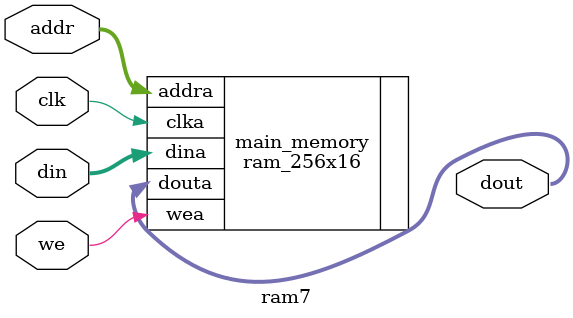
<source format=v>
`timescale 1ns / 1ps
/********************************************************************************
 *
 * Author:   Rosswell Tiongco & Jesus Luciano
 * Email:    rosswelltiongco@gmail.com & jlucian995@gmail.com
 * Filename: 
 * Date:     
 * Version:  1.0
 *
 * Description: 
 *
 *
 * Work  Time: 15 mins Jesus 11/9
 * Debug Time: 
 *******************************************************************************/
module ram7(clk, we, addr, din, dout);
    
    input clk, we;
    input [7:0] addr;
    input [15:0] din; 
    
    output [15:0] dout;

ram_256x16 main_memory (
  .clka(clk), // input clka
  .wea(we), // input [0 : 0] wea
  .addra(addr), // input [7 : 0] addra
  .dina(din), // input [15 : 0] dina
  .douta(dout) // output [15 : 0] douta
);

endmodule

</source>
